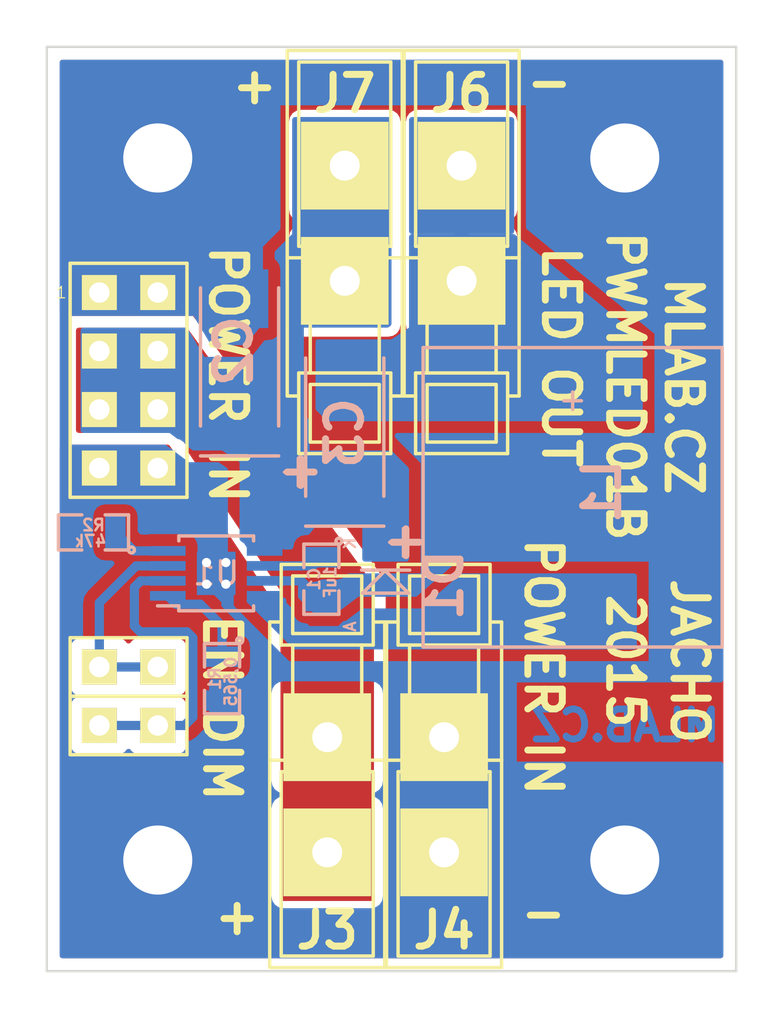
<source format=kicad_pcb>
(kicad_pcb (version 4) (host pcbnew "(2015-05-13 BZR 5653)-product")

  (general
    (links 41)
    (no_connects 0)
    (area 0.205999 -40.434001 30.274001 -0.205999)
    (thickness 1.6)
    (drawings 18)
    (tracks 55)
    (zones 0)
    (modules 19)
    (nets 10)
  )

  (page A4)
  (layers
    (0 F.Cu signal)
    (31 B.Cu signal)
    (32 B.Adhes user)
    (33 F.Adhes user)
    (34 B.Paste user)
    (35 F.Paste user)
    (36 B.SilkS user)
    (37 F.SilkS user)
    (38 B.Mask user)
    (39 F.Mask user)
    (40 Dwgs.User user)
    (41 Cmts.User user)
    (42 Eco1.User user)
    (43 Eco2.User user)
    (44 Edge.Cuts user)
    (45 Margin user)
    (46 B.CrtYd user)
    (47 F.CrtYd user)
    (48 B.Fab user)
    (49 F.Fab user)
  )

  (setup
    (last_trace_width 0.4)
    (user_trace_width 0.2)
    (user_trace_width 0.3)
    (user_trace_width 0.4)
    (user_trace_width 0.5)
    (user_trace_width 0.6)
    (trace_clearance 0.2)
    (zone_clearance 0.508)
    (zone_45_only yes)
    (trace_min 0.2)
    (segment_width 0.2)
    (edge_width 0.1)
    (via_size 0.6)
    (via_drill 0.4)
    (via_min_size 0.4)
    (via_min_drill 0.3)
    (uvia_size 0.3)
    (uvia_drill 0.1)
    (uvias_allowed no)
    (uvia_min_size 0.2)
    (uvia_min_drill 0.1)
    (pcb_text_width 0.3)
    (pcb_text_size 1.5 1.5)
    (mod_edge_width 0.15)
    (mod_text_size 1 1)
    (mod_text_width 0.15)
    (pad_size 1.5 1.5)
    (pad_drill 0.6)
    (pad_to_mask_clearance 0)
    (aux_axis_origin 0 0)
    (visible_elements 7FFFFF7F)
    (pcbplotparams
      (layerselection 0x010f0_80000001)
      (usegerberextensions false)
      (excludeedgelayer true)
      (linewidth 0.300000)
      (plotframeref false)
      (viasonmask false)
      (mode 1)
      (useauxorigin false)
      (hpglpennumber 1)
      (hpglpenspeed 20)
      (hpglpendiameter 15)
      (hpglpenoverlay 2)
      (psnegative false)
      (psa4output false)
      (plotreference true)
      (plotvalue true)
      (plotinvisibletext false)
      (padsonsilk false)
      (subtractmaskfromsilk false)
      (outputformat 1)
      (mirror false)
      (drillshape 0)
      (scaleselection 1)
      (outputdirectory ../CAM_PROFI/))
  )

  (net 0 "")
  (net 1 "Net-(C1-Pad1)")
  (net 2 GND)
  (net 3 /+LED)
  (net 4 /-LED)
  (net 5 /DIM)
  (net 6 /EN)
  (net 7 "Net-(R1-Pad1)")
  (net 8 "Net-(R2-Pad1)")
  (net 9 "Net-(D1-Pad1)")

  (net_class Default "Toto je výchozí třída sítě."
    (clearance 0.2)
    (trace_width 0.25)
    (via_dia 0.6)
    (via_drill 0.4)
    (uvia_dia 0.3)
    (uvia_drill 0.1)
    (add_net /+LED)
    (add_net /-LED)
    (add_net /DIM)
    (add_net /EN)
    (add_net GND)
    (add_net "Net-(C1-Pad1)")
    (add_net "Net-(D1-Pad1)")
    (add_net "Net-(R1-Pad1)")
    (add_net "Net-(R2-Pad1)")
  )

  (module Mlab_R:SMD-0805 (layer B.Cu) (tedit 54799E0C) (tstamp 564C38EE)
    (at 12.192 -17.272 270)
    (path /564C23E1)
    (attr smd)
    (fp_text reference C1 (at 0 0.3175 270) (layer B.SilkS)
      (effects (font (size 0.50038 0.50038) (thickness 0.10922)) (justify mirror))
    )
    (fp_text value 1uF (at 0.127 -0.381 270) (layer B.SilkS)
      (effects (font (size 0.50038 0.50038) (thickness 0.10922)) (justify mirror))
    )
    (fp_circle (center -1.651 -0.762) (end -1.651 -0.635) (layer B.SilkS) (width 0.15))
    (fp_line (start -0.508 -0.762) (end -1.524 -0.762) (layer B.SilkS) (width 0.15))
    (fp_line (start -1.524 -0.762) (end -1.524 0.762) (layer B.SilkS) (width 0.15))
    (fp_line (start -1.524 0.762) (end -0.508 0.762) (layer B.SilkS) (width 0.15))
    (fp_line (start 0.508 0.762) (end 1.524 0.762) (layer B.SilkS) (width 0.15))
    (fp_line (start 1.524 0.762) (end 1.524 -0.762) (layer B.SilkS) (width 0.15))
    (fp_line (start 1.524 -0.762) (end 0.508 -0.762) (layer B.SilkS) (width 0.15))
    (pad 1 smd rect (at -0.9525 0 270) (size 0.889 1.397) (layers B.Cu B.Paste B.Mask)
      (net 1 "Net-(C1-Pad1)"))
    (pad 2 smd rect (at 0.9525 0 270) (size 0.889 1.397) (layers B.Cu B.Paste B.Mask)
      (net 2 GND))
    (model MLAB_3D/Resistors/chip_cms.wrl
      (at (xyz 0 0 0))
      (scale (xyz 0.1 0.1 0.1))
      (rotate (xyz 0 0 0))
    )
  )

  (module Mlab_C:TantalC_SizeC_Reflow (layer B.Cu) (tedit 564C626B) (tstamp 564C38F4)
    (at 8.636 -26.924 90)
    (descr "Tantal Cap. , Size C, EIA-6032, Reflow,")
    (tags "Tantal Cap. , Size C, EIA-6032, Reflow,")
    (path /564C5CF3)
    (attr smd)
    (fp_text reference C2 (at 0.254 -0.254 90) (layer B.SilkS)
      (effects (font (thickness 0.3048)) (justify mirror))
    )
    (fp_text value 4,7uF (at -0.09906 -3.59918 90) (layer B.SilkS) hide
      (effects (font (thickness 0.3048)) (justify mirror))
    )
    (fp_line (start -4.30022 1.69926) (end -4.30022 -1.69926) (layer B.SilkS) (width 0.15))
    (fp_line (start 2.99974 -1.69926) (end -2.99974 -1.69926) (layer B.SilkS) (width 0.15))
    (fp_line (start 2.99974 1.69926) (end -2.99974 1.69926) (layer B.SilkS) (width 0.15))
    (fp_text user + (at -4.99872 2.55016 90) (layer B.SilkS)
      (effects (font (thickness 0.3048)) (justify mirror))
    )
    (fp_line (start -5.00126 3.05308) (end -5.00126 1.95326) (layer B.SilkS) (width 0.15))
    (fp_line (start -5.6007 2.5527) (end -4.40182 2.5527) (layer B.SilkS) (width 0.15))
    (pad 2 smd rect (at 2.52476 0 90) (size 2.55016 2.49936) (layers B.Cu B.Paste B.Mask)
      (net 2 GND))
    (pad 1 smd rect (at -2.52476 0 90) (size 2.55016 2.49936) (layers B.Cu B.Paste B.Mask)
      (net 3 /+LED))
    (model MLAB_3D/Capacitors/c_tant_C.wrl
      (at (xyz 0 0 0))
      (scale (xyz 1 1 1))
      (rotate (xyz 0 0 180))
    )
  )

  (module Mlab_C:TantalC_SizeC_Reflow (layer B.Cu) (tedit 564C6262) (tstamp 564C38FA)
    (at 13.208 -23.876 90)
    (descr "Tantal Cap. , Size C, EIA-6032, Reflow,")
    (tags "Tantal Cap. , Size C, EIA-6032, Reflow,")
    (path /564C245B)
    (attr smd)
    (fp_text reference C3 (at -0.254 0 90) (layer B.SilkS)
      (effects (font (thickness 0.3048)) (justify mirror))
    )
    (fp_text value 4,7uF (at -0.09906 -3.59918 90) (layer B.SilkS) hide
      (effects (font (thickness 0.3048)) (justify mirror))
    )
    (fp_line (start -4.30022 1.69926) (end -4.30022 -1.69926) (layer B.SilkS) (width 0.15))
    (fp_line (start 2.99974 -1.69926) (end -2.99974 -1.69926) (layer B.SilkS) (width 0.15))
    (fp_line (start 2.99974 1.69926) (end -2.99974 1.69926) (layer B.SilkS) (width 0.15))
    (fp_text user + (at -4.99872 2.55016 90) (layer B.SilkS)
      (effects (font (thickness 0.3048)) (justify mirror))
    )
    (fp_line (start -5.00126 3.05308) (end -5.00126 1.95326) (layer B.SilkS) (width 0.15))
    (fp_line (start -5.6007 2.5527) (end -4.40182 2.5527) (layer B.SilkS) (width 0.15))
    (pad 2 smd rect (at 2.52476 0 90) (size 2.55016 2.49936) (layers B.Cu B.Paste B.Mask)
      (net 4 /-LED))
    (pad 1 smd rect (at -2.52476 0 90) (size 2.55016 2.49936) (layers B.Cu B.Paste B.Mask)
      (net 3 /+LED))
    (model MLAB_3D/Capacitors/c_tant_C.wrl
      (at (xyz 0 0 0))
      (scale (xyz 1 1 1))
      (rotate (xyz 0 0 180))
    )
  )

  (module Mlab_D:Diode-MiniMELF_Standard (layer B.Cu) (tedit 547999ED) (tstamp 564C3900)
    (at 14.986 -17.018 90)
    (descr "Diode Mini-MELF Standard")
    (tags "Diode Mini-MELF Standard")
    (path /565F4596)
    (attr smd)
    (fp_text reference D1 (at 0 2.54 90) (layer B.SilkS)
      (effects (font (thickness 0.3048)) (justify mirror))
    )
    (fp_text value TMMBAT48 (at 0 -3.81 90) (layer B.SilkS) hide
      (effects (font (thickness 0.3048)) (justify mirror))
    )
    (fp_line (start 0.65024 -0.0508) (end -0.35052 1.00076) (layer B.SilkS) (width 0.15))
    (fp_line (start -0.35052 1.00076) (end -0.35052 -1.00076) (layer B.SilkS) (width 0.15))
    (fp_line (start -0.35052 -1.00076) (end 0.65024 0) (layer B.SilkS) (width 0.15))
    (fp_line (start 0.65024 1.04902) (end 0.65024 -1.04902) (layer B.SilkS) (width 0.15))
    (fp_text user A (at -1.80086 -1.5494 90) (layer B.SilkS)
      (effects (font (size 0.50038 0.50038) (thickness 0.09906)) (justify mirror))
    )
    (fp_text user K (at 1.80086 -1.5494 90) (layer B.SilkS)
      (effects (font (size 0.50038 0.50038) (thickness 0.09906)) (justify mirror))
    )
    (fp_circle (center 0 0) (end 0 -0.55118) (layer B.Adhes) (width 0.381))
    (fp_circle (center 0 0) (end 0 -0.20066) (layer B.Adhes) (width 0.381))
    (pad 1 smd rect (at -1.75006 0 90) (size 1.30048 1.69926) (layers B.Cu B.Paste B.Mask)
      (net 9 "Net-(D1-Pad1)"))
    (pad 2 smd rect (at 1.75006 0 90) (size 1.30048 1.69926) (layers B.Cu B.Paste B.Mask)
      (net 3 /+LED))
    (model MLAB_3D/Diodes/MiniMELF_DO213AA.wrl
      (at (xyz 0 0 0))
      (scale (xyz 0.3937 0.3937 0.3937))
      (rotate (xyz 0 0 0))
    )
  )

  (module Mlab_Pin_Headers:Straight_1x02 (layer F.Cu) (tedit 564C5FE2) (tstamp 564C3906)
    (at 3.81 -10.922 90)
    (descr "pin header straight 1x02")
    (tags "pin header straight 1x02")
    (path /564C6381)
    (fp_text reference J1 (at 0 -3.81 90) (layer F.SilkS) hide
      (effects (font (size 1.5 1.5) (thickness 0.15)))
    )
    (fp_text value JUMP_2x1 (at 0 3.81 90) (layer F.SilkS) hide
      (effects (font (size 1.5 1.5) (thickness 0.15)))
    )
    (fp_text user 1 (at -1.651 -1.27 90) (layer F.SilkS) hide
      (effects (font (size 0.5 0.5) (thickness 0.05)))
    )
    (fp_line (start -1.27 -2.54) (end 1.27 -2.54) (layer F.SilkS) (width 0.15))
    (fp_line (start 1.27 -2.54) (end 1.27 2.54) (layer F.SilkS) (width 0.15))
    (fp_line (start 1.27 2.54) (end -1.27 2.54) (layer F.SilkS) (width 0.15))
    (fp_line (start -1.27 2.54) (end -1.27 -2.54) (layer F.SilkS) (width 0.15))
    (pad 2 thru_hole rect (at 0 1.27 90) (size 1.524 1.524) (drill 0.889) (layers *.Cu *.Mask F.SilkS)
      (net 5 /DIM))
    (pad 1 thru_hole rect (at 0 -1.27 90) (size 1.524 1.524) (drill 0.889) (layers *.Cu *.Mask F.SilkS)
      (net 5 /DIM))
    (model Pin_Headers/Pin_Header_Straight_1x02.wrl
      (at (xyz 0 0 0))
      (scale (xyz 1 1 1))
      (rotate (xyz 0 0 90))
    )
  )

  (module Mlab_Pin_Headers:Straight_1x02 (layer F.Cu) (tedit 5535DB0D) (tstamp 564C390C)
    (at 3.81 -13.462 90)
    (descr "pin header straight 1x02")
    (tags "pin header straight 1x02")
    (path /564C66D6)
    (fp_text reference J2 (at 0 -3.81 90) (layer F.SilkS) hide
      (effects (font (size 1.5 1.5) (thickness 0.15)))
    )
    (fp_text value JUMP_2x1 (at 0 3.81 90) (layer F.SilkS) hide
      (effects (font (size 1.5 1.5) (thickness 0.15)))
    )
    (fp_text user 1 (at -1.651 -1.27 90) (layer F.SilkS) hide
      (effects (font (size 0.5 0.5) (thickness 0.05)))
    )
    (fp_line (start -1.27 -2.54) (end 1.27 -2.54) (layer F.SilkS) (width 0.15))
    (fp_line (start 1.27 -2.54) (end 1.27 2.54) (layer F.SilkS) (width 0.15))
    (fp_line (start 1.27 2.54) (end -1.27 2.54) (layer F.SilkS) (width 0.15))
    (fp_line (start -1.27 2.54) (end -1.27 -2.54) (layer F.SilkS) (width 0.15))
    (pad 2 thru_hole rect (at 0 1.27 90) (size 1.524 1.524) (drill 0.889) (layers *.Cu *.Mask F.SilkS)
      (net 6 /EN))
    (pad 1 thru_hole rect (at 0 -1.27 90) (size 1.524 1.524) (drill 0.889) (layers *.Cu *.Mask F.SilkS)
      (net 6 /EN))
    (model Pin_Headers/Pin_Header_Straight_1x02.wrl
      (at (xyz 0 0 0))
      (scale (xyz 1 1 1))
      (rotate (xyz 0 0 90))
    )
  )

  (module Mlab_Con:WAGO256 (layer F.Cu) (tedit 564C6033) (tstamp 564C3912)
    (at 12.446 -7.874 90)
    (descr "WAGO-Series 236, 2Stift, 1pol, RM 5mm,")
    (tags "WAGO-Series 236, 2Stift, 1pol, RM 5mm, Anreibare Leiterplattenklemme")
    (path /564C46DC)
    (fp_text reference J3 (at -5.842 0 360) (layer F.SilkS)
      (effects (font (thickness 0.3048)))
    )
    (fp_text value WAGO256 (at 0.254 4.064 90) (layer F.SilkS) hide
      (effects (font (thickness 0.3048)))
    )
    (fp_line (start 7.54 2.5) (end 7.54 2) (layer F.SilkS) (width 0.15))
    (fp_line (start 7.54 -2) (end 7.54 -2.5) (layer F.SilkS) (width 0.15))
    (fp_line (start 1.54 2.5001) (end 1.54 -2.5001) (layer F.SilkS) (width 0.15))
    (fp_line (start -7.46 2.5001) (end -7.46 -2.5001) (layer F.SilkS) (width 0.15))
    (fp_line (start 9.54 1.501) (end 9.54 -1.501) (layer F.SilkS) (width 0.15))
    (fp_line (start 7.0401 1.501) (end 7.0401 -1.501) (layer F.SilkS) (width 0.15))
    (fp_line (start 10.0401 -2) (end 10.0401 2) (layer F.SilkS) (width 0.15))
    (fp_line (start 6.54 -2) (end 6.54 2) (layer F.SilkS) (width 0.15))
    (fp_line (start 3.54 1.5001) (end 3.54 -1.5001) (layer F.SilkS) (width 0.15))
    (fp_line (start 1.0399 -2) (end 1.0399 2) (layer F.SilkS) (width 0.15))
    (fp_line (start -6.9601 2) (end -6.9601 -2) (layer F.SilkS) (width 0.15))
    (fp_line (start 1.0399 1) (end 1.54 1) (layer F.SilkS) (width 0.15))
    (fp_line (start 7.0401 1.5) (end 9.54 1.5) (layer F.SilkS) (width 0.15))
    (fp_line (start 6.54 2) (end 10.0401 2) (layer F.SilkS) (width 0.15))
    (fp_line (start 1.0399 -1) (end 1.54 -1) (layer F.SilkS) (width 0.15))
    (fp_line (start 7.0401 -1.5) (end 9.54 -1.5) (layer F.SilkS) (width 0.15))
    (fp_line (start 6.54 -2) (end 10.041 -2) (layer F.SilkS) (width 0.15))
    (fp_line (start 3.54 1.5) (end 6.54 1.5) (layer F.SilkS) (width 0.15))
    (fp_line (start -6.9601 2) (end 1.0399 2) (layer F.SilkS) (width 0.15))
    (fp_line (start 1.54 2.5) (end 7.54 2.5) (layer F.SilkS) (width 0.15))
    (fp_line (start 3.54 -1.5) (end 6.54 -1.5) (layer F.SilkS) (width 0.15))
    (fp_line (start -6.9601 -2) (end 1.0399 -2) (layer F.SilkS) (width 0.15))
    (fp_line (start 1.54 -2.5) (end 7.54 -2.5) (layer F.SilkS) (width 0.15))
    (fp_line (start 1.54 2.5) (end -7.46 2.5) (layer F.SilkS) (width 0.15))
    (fp_line (start -7.46 -2.5) (end 1.54 -2.5) (layer F.SilkS) (width 0.15))
    (pad 1 thru_hole rect (at -2.46 0 180) (size 3.81 3.81) (drill 1.3) (layers *.Cu *.Mask F.SilkS)
      (net 3 /+LED))
    (pad 1 thru_hole rect (at 2.54 0 180) (size 3.81 3.81) (drill 1.3) (layers *.Cu *.Mask F.SilkS)
      (net 3 /+LED))
  )

  (module Mlab_Con:WAGO256 (layer F.Cu) (tedit 564C6037) (tstamp 564C3918)
    (at 17.526 -7.874 90)
    (descr "WAGO-Series 236, 2Stift, 1pol, RM 5mm,")
    (tags "WAGO-Series 236, 2Stift, 1pol, RM 5mm, Anreibare Leiterplattenklemme")
    (path /564C45D7)
    (fp_text reference J4 (at -5.842 0 180) (layer F.SilkS)
      (effects (font (thickness 0.3048)))
    )
    (fp_text value WAGO256 (at 0.254 4.064 90) (layer F.SilkS) hide
      (effects (font (thickness 0.3048)))
    )
    (fp_line (start 7.54 2.5) (end 7.54 2) (layer F.SilkS) (width 0.15))
    (fp_line (start 7.54 -2) (end 7.54 -2.5) (layer F.SilkS) (width 0.15))
    (fp_line (start 1.54 2.5001) (end 1.54 -2.5001) (layer F.SilkS) (width 0.15))
    (fp_line (start -7.46 2.5001) (end -7.46 -2.5001) (layer F.SilkS) (width 0.15))
    (fp_line (start 9.54 1.501) (end 9.54 -1.501) (layer F.SilkS) (width 0.15))
    (fp_line (start 7.0401 1.501) (end 7.0401 -1.501) (layer F.SilkS) (width 0.15))
    (fp_line (start 10.0401 -2) (end 10.0401 2) (layer F.SilkS) (width 0.15))
    (fp_line (start 6.54 -2) (end 6.54 2) (layer F.SilkS) (width 0.15))
    (fp_line (start 3.54 1.5001) (end 3.54 -1.5001) (layer F.SilkS) (width 0.15))
    (fp_line (start 1.0399 -2) (end 1.0399 2) (layer F.SilkS) (width 0.15))
    (fp_line (start -6.9601 2) (end -6.9601 -2) (layer F.SilkS) (width 0.15))
    (fp_line (start 1.0399 1) (end 1.54 1) (layer F.SilkS) (width 0.15))
    (fp_line (start 7.0401 1.5) (end 9.54 1.5) (layer F.SilkS) (width 0.15))
    (fp_line (start 6.54 2) (end 10.0401 2) (layer F.SilkS) (width 0.15))
    (fp_line (start 1.0399 -1) (end 1.54 -1) (layer F.SilkS) (width 0.15))
    (fp_line (start 7.0401 -1.5) (end 9.54 -1.5) (layer F.SilkS) (width 0.15))
    (fp_line (start 6.54 -2) (end 10.041 -2) (layer F.SilkS) (width 0.15))
    (fp_line (start 3.54 1.5) (end 6.54 1.5) (layer F.SilkS) (width 0.15))
    (fp_line (start -6.9601 2) (end 1.0399 2) (layer F.SilkS) (width 0.15))
    (fp_line (start 1.54 2.5) (end 7.54 2.5) (layer F.SilkS) (width 0.15))
    (fp_line (start 3.54 -1.5) (end 6.54 -1.5) (layer F.SilkS) (width 0.15))
    (fp_line (start -6.9601 -2) (end 1.0399 -2) (layer F.SilkS) (width 0.15))
    (fp_line (start 1.54 -2.5) (end 7.54 -2.5) (layer F.SilkS) (width 0.15))
    (fp_line (start 1.54 2.5) (end -7.46 2.5) (layer F.SilkS) (width 0.15))
    (fp_line (start -7.46 -2.5) (end 1.54 -2.5) (layer F.SilkS) (width 0.15))
    (pad 1 thru_hole rect (at -2.46 0 180) (size 3.81 3.81) (drill 1.3) (layers *.Cu *.Mask F.SilkS)
      (net 2 GND))
    (pad 1 thru_hole rect (at 2.54 0 180) (size 3.81 3.81) (drill 1.3) (layers *.Cu *.Mask F.SilkS)
      (net 2 GND))
  )

  (module Mlab_Pin_Headers:Straight_2x04 (layer F.Cu) (tedit 5535DB57) (tstamp 564C3924)
    (at 3.81 -25.908)
    (descr "pin header straight 2x04")
    (tags "pin header straight 2x04")
    (path /564C472F)
    (fp_text reference J5 (at 0 -6.35) (layer F.SilkS) hide
      (effects (font (size 1.5 1.5) (thickness 0.15)))
    )
    (fp_text value JUMP_4X2 (at 0 6.35) (layer F.SilkS) hide
      (effects (font (size 1.5 1.5) (thickness 0.15)))
    )
    (fp_text user 1 (at -2.921 -3.81) (layer F.SilkS)
      (effects (font (size 0.5 0.5) (thickness 0.05)))
    )
    (fp_line (start -2.54 -5.08) (end 2.54 -5.08) (layer F.SilkS) (width 0.15))
    (fp_line (start 2.54 -5.08) (end 2.54 5.08) (layer F.SilkS) (width 0.15))
    (fp_line (start 2.54 5.08) (end -2.54 5.08) (layer F.SilkS) (width 0.15))
    (fp_line (start -2.54 5.08) (end -2.54 -5.08) (layer F.SilkS) (width 0.15))
    (pad 1 thru_hole rect (at -1.27 -3.81) (size 1.524 1.524) (drill 0.889) (layers *.Cu *.Mask F.SilkS)
      (net 2 GND))
    (pad 2 thru_hole rect (at 1.27 -3.81) (size 1.524 1.524) (drill 0.889) (layers *.Cu *.Mask F.SilkS)
      (net 2 GND))
    (pad 3 thru_hole rect (at -1.27 -1.27) (size 1.524 1.524) (drill 0.889) (layers *.Cu *.Mask F.SilkS)
      (net 3 /+LED))
    (pad 4 thru_hole rect (at 1.27 -1.27) (size 1.524 1.524) (drill 0.889) (layers *.Cu *.Mask F.SilkS)
      (net 3 /+LED))
    (pad 5 thru_hole rect (at -1.27 1.27) (size 1.524 1.524) (drill 0.889) (layers *.Cu *.Mask F.SilkS)
      (net 3 /+LED))
    (pad 6 thru_hole rect (at 1.27 1.27) (size 1.524 1.524) (drill 0.889) (layers *.Cu *.Mask F.SilkS)
      (net 3 /+LED))
    (pad 7 thru_hole rect (at -1.27 3.81) (size 1.524 1.524) (drill 0.889) (layers *.Cu *.Mask F.SilkS)
      (net 2 GND))
    (pad 8 thru_hole rect (at 1.27 3.81) (size 1.524 1.524) (drill 0.889) (layers *.Cu *.Mask F.SilkS)
      (net 2 GND))
    (model Pin_Headers/Pin_Header_Straight_2x04.wrl
      (at (xyz 0 0 0))
      (scale (xyz 1 1 1))
      (rotate (xyz 0 0 90))
    )
  )

  (module Mlab_Con:WAGO256 (layer F.Cu) (tedit 564C6021) (tstamp 564C392A)
    (at 18.288 -32.766 270)
    (descr "WAGO-Series 236, 2Stift, 1pol, RM 5mm,")
    (tags "WAGO-Series 236, 2Stift, 1pol, RM 5mm, Anreibare Leiterplattenklemme")
    (path /564C6DCF)
    (fp_text reference J6 (at -5.588 0 540) (layer F.SilkS)
      (effects (font (thickness 0.3048)))
    )
    (fp_text value WAGO256 (at 0.254 4.064 270) (layer F.SilkS) hide
      (effects (font (thickness 0.3048)))
    )
    (fp_line (start 7.54 2.5) (end 7.54 2) (layer F.SilkS) (width 0.15))
    (fp_line (start 7.54 -2) (end 7.54 -2.5) (layer F.SilkS) (width 0.15))
    (fp_line (start 1.54 2.5001) (end 1.54 -2.5001) (layer F.SilkS) (width 0.15))
    (fp_line (start -7.46 2.5001) (end -7.46 -2.5001) (layer F.SilkS) (width 0.15))
    (fp_line (start 9.54 1.501) (end 9.54 -1.501) (layer F.SilkS) (width 0.15))
    (fp_line (start 7.0401 1.501) (end 7.0401 -1.501) (layer F.SilkS) (width 0.15))
    (fp_line (start 10.0401 -2) (end 10.0401 2) (layer F.SilkS) (width 0.15))
    (fp_line (start 6.54 -2) (end 6.54 2) (layer F.SilkS) (width 0.15))
    (fp_line (start 3.54 1.5001) (end 3.54 -1.5001) (layer F.SilkS) (width 0.15))
    (fp_line (start 1.0399 -2) (end 1.0399 2) (layer F.SilkS) (width 0.15))
    (fp_line (start -6.9601 2) (end -6.9601 -2) (layer F.SilkS) (width 0.15))
    (fp_line (start 1.0399 1) (end 1.54 1) (layer F.SilkS) (width 0.15))
    (fp_line (start 7.0401 1.5) (end 9.54 1.5) (layer F.SilkS) (width 0.15))
    (fp_line (start 6.54 2) (end 10.0401 2) (layer F.SilkS) (width 0.15))
    (fp_line (start 1.0399 -1) (end 1.54 -1) (layer F.SilkS) (width 0.15))
    (fp_line (start 7.0401 -1.5) (end 9.54 -1.5) (layer F.SilkS) (width 0.15))
    (fp_line (start 6.54 -2) (end 10.041 -2) (layer F.SilkS) (width 0.15))
    (fp_line (start 3.54 1.5) (end 6.54 1.5) (layer F.SilkS) (width 0.15))
    (fp_line (start -6.9601 2) (end 1.0399 2) (layer F.SilkS) (width 0.15))
    (fp_line (start 1.54 2.5) (end 7.54 2.5) (layer F.SilkS) (width 0.15))
    (fp_line (start 3.54 -1.5) (end 6.54 -1.5) (layer F.SilkS) (width 0.15))
    (fp_line (start -6.9601 -2) (end 1.0399 -2) (layer F.SilkS) (width 0.15))
    (fp_line (start 1.54 -2.5) (end 7.54 -2.5) (layer F.SilkS) (width 0.15))
    (fp_line (start 1.54 2.5) (end -7.46 2.5) (layer F.SilkS) (width 0.15))
    (fp_line (start -7.46 -2.5) (end 1.54 -2.5) (layer F.SilkS) (width 0.15))
    (pad 1 thru_hole rect (at -2.46 0) (size 3.81 3.81) (drill 1.3) (layers *.Cu *.Mask F.SilkS)
      (net 4 /-LED))
    (pad 1 thru_hole rect (at 2.54 0) (size 3.81 3.81) (drill 1.3) (layers *.Cu *.Mask F.SilkS)
      (net 4 /-LED))
  )

  (module Mlab_Con:WAGO256 (layer F.Cu) (tedit 564C6017) (tstamp 564C3930)
    (at 13.208 -32.766 270)
    (descr "WAGO-Series 236, 2Stift, 1pol, RM 5mm,")
    (tags "WAGO-Series 236, 2Stift, 1pol, RM 5mm, Anreibare Leiterplattenklemme")
    (path /564C7D80)
    (fp_text reference J7 (at -5.588 0 360) (layer F.SilkS)
      (effects (font (thickness 0.3048)))
    )
    (fp_text value WAGO256 (at 0.254 4.064 270) (layer F.SilkS) hide
      (effects (font (thickness 0.3048)))
    )
    (fp_line (start 7.54 2.5) (end 7.54 2) (layer F.SilkS) (width 0.15))
    (fp_line (start 7.54 -2) (end 7.54 -2.5) (layer F.SilkS) (width 0.15))
    (fp_line (start 1.54 2.5001) (end 1.54 -2.5001) (layer F.SilkS) (width 0.15))
    (fp_line (start -7.46 2.5001) (end -7.46 -2.5001) (layer F.SilkS) (width 0.15))
    (fp_line (start 9.54 1.501) (end 9.54 -1.501) (layer F.SilkS) (width 0.15))
    (fp_line (start 7.0401 1.501) (end 7.0401 -1.501) (layer F.SilkS) (width 0.15))
    (fp_line (start 10.0401 -2) (end 10.0401 2) (layer F.SilkS) (width 0.15))
    (fp_line (start 6.54 -2) (end 6.54 2) (layer F.SilkS) (width 0.15))
    (fp_line (start 3.54 1.5001) (end 3.54 -1.5001) (layer F.SilkS) (width 0.15))
    (fp_line (start 1.0399 -2) (end 1.0399 2) (layer F.SilkS) (width 0.15))
    (fp_line (start -6.9601 2) (end -6.9601 -2) (layer F.SilkS) (width 0.15))
    (fp_line (start 1.0399 1) (end 1.54 1) (layer F.SilkS) (width 0.15))
    (fp_line (start 7.0401 1.5) (end 9.54 1.5) (layer F.SilkS) (width 0.15))
    (fp_line (start 6.54 2) (end 10.0401 2) (layer F.SilkS) (width 0.15))
    (fp_line (start 1.0399 -1) (end 1.54 -1) (layer F.SilkS) (width 0.15))
    (fp_line (start 7.0401 -1.5) (end 9.54 -1.5) (layer F.SilkS) (width 0.15))
    (fp_line (start 6.54 -2) (end 10.041 -2) (layer F.SilkS) (width 0.15))
    (fp_line (start 3.54 1.5) (end 6.54 1.5) (layer F.SilkS) (width 0.15))
    (fp_line (start -6.9601 2) (end 1.0399 2) (layer F.SilkS) (width 0.15))
    (fp_line (start 1.54 2.5) (end 7.54 2.5) (layer F.SilkS) (width 0.15))
    (fp_line (start 3.54 -1.5) (end 6.54 -1.5) (layer F.SilkS) (width 0.15))
    (fp_line (start -6.9601 -2) (end 1.0399 -2) (layer F.SilkS) (width 0.15))
    (fp_line (start 1.54 -2.5) (end 7.54 -2.5) (layer F.SilkS) (width 0.15))
    (fp_line (start 1.54 2.5) (end -7.46 2.5) (layer F.SilkS) (width 0.15))
    (fp_line (start -7.46 -2.5) (end 1.54 -2.5) (layer F.SilkS) (width 0.15))
    (pad 1 thru_hole rect (at -2.46 0) (size 3.81 3.81) (drill 1.3) (layers *.Cu *.Mask F.SilkS)
      (net 3 /+LED))
    (pad 1 thru_hole rect (at 2.54 0) (size 3.81 3.81) (drill 1.3) (layers *.Cu *.Mask F.SilkS)
      (net 3 /+LED))
  )

  (module Mlab_L:DE1205-10 (layer B.Cu) (tedit 564C61C4) (tstamp 564C3936)
    (at 23.114 -20.828 90)
    (descr "SMT capacitor, aluminium electrolytic, 10x10.5")
    (path /564C22DA)
    (fp_text reference L1 (at 0.254 1.27 90) (layer B.SilkS)
      (effects (font (thickness 0.3048)) (justify mirror))
    )
    (fp_text value "DE1207-22 (22uH)" (at 0 -5.842 90) (layer B.SilkS) hide
      (effects (font (size 0.50038 0.50038) (thickness 0.11938)) (justify mirror))
    )
    (fp_line (start -6.5 6.5) (end -6.5 -6.5) (layer B.SilkS) (width 0.15))
    (fp_line (start -6.5 -6.5) (end 6.5 -6.5) (layer B.SilkS) (width 0.15))
    (fp_line (start 6.5 -6.5) (end 6.5 6.5) (layer B.SilkS) (width 0.15))
    (fp_line (start 6.5 6.5) (end -6.5 6.5) (layer B.SilkS) (width 0.15))
    (fp_line (start 4.572 0) (end 3.81 0) (layer B.SilkS) (width 0.15))
    (fp_line (start 4.191 0.381) (end 4.191 -0.381) (layer B.SilkS) (width 0.15))
    (pad 1 smd rect (at 5 0 90) (size 3 5.5) (layers B.Cu B.Paste B.Mask)
      (net 4 /-LED))
    (pad 2 smd rect (at -5 0 90) (size 3 5.5) (layers B.Cu B.Paste B.Mask)
      (net 9 "Net-(D1-Pad1)"))
    (model Capacitors_SMD/c_elec_10x10_5.wrl
      (at (xyz 0 0 0))
      (scale (xyz 1 1 1))
      (rotate (xyz 0 0 0))
    )
  )

  (module Mlab_Mechanical:MountingHole_3mm placed (layer F.Cu) (tedit 5535DB2C) (tstamp 564C393B)
    (at 25.38 -5.08)
    (descr "Mounting hole, Befestigungsbohrung, 3mm, No Annular, Kein Restring,")
    (tags "Mounting hole, Befestigungsbohrung, 3mm, No Annular, Kein Restring,")
    (path /564C252E)
    (fp_text reference P1 (at 0 -4.191) (layer F.SilkS) hide
      (effects (font (thickness 0.3048)))
    )
    (fp_text value M3 (at 0 4.191) (layer F.SilkS) hide
      (effects (font (thickness 0.3048)))
    )
    (fp_circle (center 0 0) (end 2.99974 0) (layer Cmts.User) (width 0.381))
    (pad 1 thru_hole circle (at 0 0) (size 6 6) (drill 3) (layers *.Cu *.Adhes *.Mask)
      (net 2 GND) (clearance 1) (zone_connect 2))
  )

  (module Mlab_Mechanical:MountingHole_3mm placed (layer F.Cu) (tedit 5535DB2C) (tstamp 564C3940)
    (at 25.38 -35.56)
    (descr "Mounting hole, Befestigungsbohrung, 3mm, No Annular, Kein Restring,")
    (tags "Mounting hole, Befestigungsbohrung, 3mm, No Annular, Kein Restring,")
    (path /564CD7AE)
    (fp_text reference P2 (at 0 -4.191) (layer F.SilkS) hide
      (effects (font (thickness 0.3048)))
    )
    (fp_text value M3 (at 0 4.191) (layer F.SilkS) hide
      (effects (font (thickness 0.3048)))
    )
    (fp_circle (center 0 0) (end 2.99974 0) (layer Cmts.User) (width 0.381))
    (pad 1 thru_hole circle (at 0 0) (size 6 6) (drill 3) (layers *.Cu *.Adhes *.Mask)
      (net 2 GND) (clearance 1) (zone_connect 2))
  )

  (module Mlab_Mechanical:MountingHole_3mm placed (layer F.Cu) (tedit 5535DB2C) (tstamp 564C3945)
    (at 5.08 -35.56)
    (descr "Mounting hole, Befestigungsbohrung, 3mm, No Annular, Kein Restring,")
    (tags "Mounting hole, Befestigungsbohrung, 3mm, No Annular, Kein Restring,")
    (path /564CD84E)
    (fp_text reference P3 (at 0 -4.191) (layer F.SilkS) hide
      (effects (font (thickness 0.3048)))
    )
    (fp_text value M3 (at 0 4.191) (layer F.SilkS) hide
      (effects (font (thickness 0.3048)))
    )
    (fp_circle (center 0 0) (end 2.99974 0) (layer Cmts.User) (width 0.381))
    (pad 1 thru_hole circle (at 0 0) (size 6 6) (drill 3) (layers *.Cu *.Adhes *.Mask)
      (net 2 GND) (clearance 1) (zone_connect 2))
  )

  (module Mlab_Mechanical:MountingHole_3mm placed (layer F.Cu) (tedit 5535DB2C) (tstamp 564C394A)
    (at 5.08 -5.08)
    (descr "Mounting hole, Befestigungsbohrung, 3mm, No Annular, Kein Restring,")
    (tags "Mounting hole, Befestigungsbohrung, 3mm, No Annular, Kein Restring,")
    (path /564CD8D0)
    (fp_text reference P4 (at 0 -4.191) (layer F.SilkS) hide
      (effects (font (thickness 0.3048)))
    )
    (fp_text value M3 (at 0 4.191) (layer F.SilkS) hide
      (effects (font (thickness 0.3048)))
    )
    (fp_circle (center 0 0) (end 2.99974 0) (layer Cmts.User) (width 0.381))
    (pad 1 thru_hole circle (at 0 0) (size 6 6) (drill 3) (layers *.Cu *.Adhes *.Mask)
      (net 2 GND) (clearance 1) (zone_connect 2))
  )

  (module Mlab_R:SMD-0805 (layer B.Cu) (tedit 54799E0C) (tstamp 564C3950)
    (at 7.874 -12.954 270)
    (path /564C2218)
    (attr smd)
    (fp_text reference R1 (at 0 0.3175 270) (layer B.SilkS)
      (effects (font (size 0.50038 0.50038) (thickness 0.10922)) (justify mirror))
    )
    (fp_text value 0,565 (at 0.127 -0.381 270) (layer B.SilkS)
      (effects (font (size 0.50038 0.50038) (thickness 0.10922)) (justify mirror))
    )
    (fp_circle (center -1.651 -0.762) (end -1.651 -0.635) (layer B.SilkS) (width 0.15))
    (fp_line (start -0.508 -0.762) (end -1.524 -0.762) (layer B.SilkS) (width 0.15))
    (fp_line (start -1.524 -0.762) (end -1.524 0.762) (layer B.SilkS) (width 0.15))
    (fp_line (start -1.524 0.762) (end -0.508 0.762) (layer B.SilkS) (width 0.15))
    (fp_line (start 0.508 0.762) (end 1.524 0.762) (layer B.SilkS) (width 0.15))
    (fp_line (start 1.524 0.762) (end 1.524 -0.762) (layer B.SilkS) (width 0.15))
    (fp_line (start 1.524 -0.762) (end 0.508 -0.762) (layer B.SilkS) (width 0.15))
    (pad 1 smd rect (at -0.9525 0 270) (size 0.889 1.397) (layers B.Cu B.Paste B.Mask)
      (net 7 "Net-(R1-Pad1)"))
    (pad 2 smd rect (at 0.9525 0 270) (size 0.889 1.397) (layers B.Cu B.Paste B.Mask)
      (net 2 GND))
    (model MLAB_3D/Resistors/chip_cms.wrl
      (at (xyz 0 0 0))
      (scale (xyz 0.1 0.1 0.1))
      (rotate (xyz 0 0 0))
    )
  )

  (module Mlab_R:SMD-0805 (layer B.Cu) (tedit 54799E0C) (tstamp 564C3956)
    (at 2.286 -19.304 180)
    (path /564C555E)
    (attr smd)
    (fp_text reference R2 (at 0 0.3175 180) (layer B.SilkS)
      (effects (font (size 0.50038 0.50038) (thickness 0.10922)) (justify mirror))
    )
    (fp_text value 47k (at 0.127 -0.381 180) (layer B.SilkS)
      (effects (font (size 0.50038 0.50038) (thickness 0.10922)) (justify mirror))
    )
    (fp_circle (center -1.651 -0.762) (end -1.651 -0.635) (layer B.SilkS) (width 0.15))
    (fp_line (start -0.508 -0.762) (end -1.524 -0.762) (layer B.SilkS) (width 0.15))
    (fp_line (start -1.524 -0.762) (end -1.524 0.762) (layer B.SilkS) (width 0.15))
    (fp_line (start -1.524 0.762) (end -0.508 0.762) (layer B.SilkS) (width 0.15))
    (fp_line (start 0.508 0.762) (end 1.524 0.762) (layer B.SilkS) (width 0.15))
    (fp_line (start 1.524 0.762) (end 1.524 -0.762) (layer B.SilkS) (width 0.15))
    (fp_line (start 1.524 -0.762) (end 0.508 -0.762) (layer B.SilkS) (width 0.15))
    (pad 1 smd rect (at -0.9525 0 180) (size 0.889 1.397) (layers B.Cu B.Paste B.Mask)
      (net 8 "Net-(R2-Pad1)"))
    (pad 2 smd rect (at 0.9525 0 180) (size 0.889 1.397) (layers B.Cu B.Paste B.Mask)
      (net 2 GND))
    (model MLAB_3D/Resistors/chip_cms.wrl
      (at (xyz 0 0 0))
      (scale (xyz 0.1 0.1 0.1))
      (rotate (xyz 0 0 0))
    )
  )

  (module Mlab_IO:MSOP-8-1EP_3x3mm_Pitch0.65mm placed (layer B.Cu) (tedit 564C617D) (tstamp 564C3966)
    (at 7.62 -17.526)
    (descr "MS8E Package; 8-Lead Plastic MSOP, Exposed Die Pad (see Linear Technology 05081662_K_MS8E.pdf)")
    (tags "SSOP 0.65")
    (path /564C4B7F)
    (attr smd)
    (fp_text reference U1 (at 0 0) (layer B.SilkS)
      (effects (font (size 1 1) (thickness 0.15)) (justify mirror))
    )
    (fp_text value LM3407 (at 0 -2.55) (layer B.Fab) hide
      (effects (font (size 1 1) (thickness 0.15)) (justify mirror))
    )
    (fp_line (start -2.8 1.8) (end -2.8 -1.8) (layer B.CrtYd) (width 0.05))
    (fp_line (start 2.8 1.8) (end 2.8 -1.8) (layer B.CrtYd) (width 0.05))
    (fp_line (start -2.8 1.8) (end 2.8 1.8) (layer B.CrtYd) (width 0.05))
    (fp_line (start -2.8 -1.8) (end 2.8 -1.8) (layer B.CrtYd) (width 0.05))
    (fp_line (start -1.625 1.625) (end -1.625 1.41) (layer B.SilkS) (width 0.15))
    (fp_line (start 1.625 1.625) (end 1.625 1.41) (layer B.SilkS) (width 0.15))
    (fp_line (start 1.625 -1.625) (end 1.625 -1.41) (layer B.SilkS) (width 0.15))
    (fp_line (start -1.625 -1.625) (end -1.625 -1.41) (layer B.SilkS) (width 0.15))
    (fp_line (start -1.625 1.625) (end 1.625 1.625) (layer B.SilkS) (width 0.15))
    (fp_line (start -1.625 -1.625) (end 1.625 -1.625) (layer B.SilkS) (width 0.15))
    (fp_line (start -1.625 1.41) (end -2.55 1.41) (layer B.SilkS) (width 0.15))
    (pad 1 smd rect (at -2.105 0.975) (size 1.55 0.42) (layers B.Cu B.Paste B.Mask)
      (net 7 "Net-(R1-Pad1)"))
    (pad 2 smd rect (at -2.105 0.325) (size 1.55 0.42) (layers B.Cu B.Paste B.Mask)
      (net 5 /DIM))
    (pad 3 smd rect (at -2.105 -0.325) (size 1.55 0.42) (layers B.Cu B.Paste B.Mask)
      (net 6 /EN))
    (pad 4 smd rect (at -2.105 -0.975) (size 1.55 0.42) (layers B.Cu B.Paste B.Mask)
      (net 8 "Net-(R2-Pad1)"))
    (pad 5 smd rect (at 2.105 -0.975) (size 1.55 0.42) (layers B.Cu B.Paste B.Mask)
      (net 3 /+LED))
    (pad 6 smd rect (at 2.105 -0.325) (size 1.55 0.42) (layers B.Cu B.Paste B.Mask)
      (net 1 "Net-(C1-Pad1)"))
    (pad 7 smd rect (at 2.105 0.325) (size 1.55 0.42) (layers B.Cu B.Paste B.Mask)
      (net 2 GND))
    (pad 8 smd rect (at 2.105 0.975) (size 1.55 0.42) (layers B.Cu B.Paste B.Mask)
      (net 9 "Net-(D1-Pad1)"))
    (pad 9 smd rect (at 0.42 -0.47) (size 0.84 0.94) (layers B.Cu B.Paste B.Mask)
      (net 2 GND) (solder_paste_margin_ratio -0.2))
    (pad 9 smd rect (at 0.42 0.47) (size 0.84 0.94) (layers B.Cu B.Paste B.Mask)
      (net 2 GND) (solder_paste_margin_ratio -0.2))
    (pad 9 smd rect (at -0.42 -0.47) (size 0.84 0.94) (layers B.Cu B.Paste B.Mask)
      (net 2 GND) (solder_paste_margin_ratio -0.2))
    (pad 9 smd rect (at -0.42 0.47) (size 0.84 0.94) (layers B.Cu B.Paste B.Mask)
      (net 2 GND) (solder_paste_margin_ratio -0.2))
    (model Housings_SSOP.3dshapes/MSOP-8-1EP_3x3mm_Pitch0.65mm.wrl
      (at (xyz 0 0 0))
      (scale (xyz 1 1 1))
      (rotate (xyz 0 0 0))
    )
  )

  (gr_text "LED OUT" (at 22.606 -26.924 270) (layer F.SilkS)
    (effects (font (size 1.5 1.5) (thickness 0.3)))
  )
  (gr_text 2015 (at 25.4 -13.716 270) (layer F.SilkS)
    (effects (font (size 1.5 1.5) (thickness 0.3)))
  )
  (gr_text JACHO (at 28.194 -13.716 270) (layer F.SilkS)
    (effects (font (size 1.5 1.5) (thickness 0.3)))
  )
  (gr_text MLAB.CZ (at 27.94 -25.654 270) (layer F.SilkS)
    (effects (font (size 1.5 1.5) (thickness 0.3)))
  )
  (gr_text PWMLED01B (at 25.4 -25.654 270) (layer F.SilkS)
    (effects (font (size 1.5 1.5) (thickness 0.3)))
  )
  (gr_text - (at 22.098 -38.862) (layer F.SilkS)
    (effects (font (size 1.5 1.5) (thickness 0.3)))
  )
  (gr_text + (at 9.398 -38.608 270) (layer F.SilkS)
    (effects (font (size 1.5 1.5) (thickness 0.3)))
  )
  (gr_text - (at 21.844 -2.794) (layer F.SilkS)
    (effects (font (size 1.5 1.5) (thickness 0.3)))
  )
  (gr_text + (at 8.636 -2.54 270) (layer F.SilkS)
    (effects (font (size 1.5 1.5) (thickness 0.3)))
  )
  (gr_text "POWER IN" (at 21.844 -13.462 270) (layer F.SilkS)
    (effects (font (size 1.5 1.5) (thickness 0.3)))
  )
  (gr_text "POWER IN" (at 8.128 -26.162 270) (layer F.SilkS)
    (effects (font (size 1.5 1.5) (thickness 0.3)))
  )
  (gr_text DIM (at 7.874 -9.652 270) (layer F.SilkS)
    (effects (font (size 1.5 1.5) (thickness 0.3)))
  )
  (gr_text EN (at 7.874 -14.224 270) (layer F.SilkS)
    (effects (font (size 1.5 1.5) (thickness 0.3)))
  )
  (gr_text MLAB.CZ (at 25.4 -10.922) (layer B.Cu)
    (effects (font (size 1.3 1.3) (thickness 0.3)) (justify mirror))
  )
  (gr_line (start 0.256 -0.256) (end 0.256 -40.384) (angle 90) (layer Edge.Cuts) (width 0.1))
  (gr_line (start 30.224 -40.384) (end 0.256 -40.384) (angle 90) (layer Edge.Cuts) (width 0.1))
  (gr_line (start 30.224 -0.256) (end 30.224 -40.384) (angle 90) (layer Edge.Cuts) (width 0.1))
  (gr_line (start 0.256 -0.256) (end 30.224 -0.256) (angle 90) (layer Edge.Cuts) (width 0.1))

  (segment (start 9.725 -17.851) (end 11.8185 -17.851) (width 0.4) (layer B.Cu) (net 1))
  (segment (start 11.8185 -17.851) (end 12.192 -18.2245) (width 0.4) (layer B.Cu) (net 1))
  (segment (start 1.016 -29.356) (end 1.016 -22.46) (width 0.4) (layer B.Cu) (net 2))
  (segment (start 1.016 -22.46) (end 1.378 -22.098) (width 0.4) (layer B.Cu) (net 2))
  (segment (start 1.378 -22.098) (end 2.54 -22.098) (width 0.4) (layer B.Cu) (net 2))
  (segment (start 2.54 -29.718) (end 1.378 -29.718) (width 0.4) (layer B.Cu) (net 2))
  (segment (start 1.378 -29.718) (end 1.016 -29.356) (width 0.4) (layer B.Cu) (net 2))
  (segment (start 10.764 -13.462) (end 16.783 -13.462) (width 0.4) (layer B.Cu) (net 2))
  (segment (start 16.783 -13.462) (end 17.526 -12.719) (width 0.4) (layer B.Cu) (net 2))
  (segment (start 17.526 -12.719) (end 17.526 -10.414) (width 0.4) (layer B.Cu) (net 2))
  (segment (start 8.04 -17.056) (end 8.04 -16.186) (width 0.4) (layer B.Cu) (net 2))
  (segment (start 8.04 -16.186) (end 10.764 -13.462) (width 0.4) (layer B.Cu) (net 2))
  (via (at 8.04 -17.996) (size 0.6) (drill 0.4) (layers F.Cu B.Cu) (net 2))
  (via (at 8.04 -17.056) (size 0.6) (drill 0.4) (layers F.Cu B.Cu) (net 2))
  (via (at 7.2 -17.056) (size 0.6) (drill 0.4) (layers F.Cu B.Cu) (net 2))
  (via (at 7.2 -17.996) (size 0.6) (drill 0.4) (layers F.Cu B.Cu) (net 2))
  (segment (start 7.2 -17.996) (end 8.04 -17.996) (width 0.6) (layer F.Cu) (net 2))
  (segment (start 8.04 -17.996) (end 8.04 -17.056) (width 0.6) (layer F.Cu) (net 2))
  (segment (start 8.04 -17.156) (end 7.2 -17.996) (width 0.6) (layer F.Cu) (net 2))
  (segment (start 8.04 -17.056) (end 8.04 -17.156) (width 0.6) (layer F.Cu) (net 2))
  (segment (start 7.2 -17.996) (end 7.2 -17.056) (width 0.6) (layer F.Cu) (net 2))
  (segment (start 7.2 -17.056) (end 8.04 -17.056) (width 0.6) (layer F.Cu) (net 2))
  (segment (start 12.192 -16.3195) (end 11.3105 -17.201) (width 0.4) (layer B.Cu) (net 2))
  (segment (start 11.3105 -17.201) (end 9.725 -17.201) (width 0.4) (layer B.Cu) (net 2))
  (segment (start 13.208 -30.226) (end 13.208 -35.226) (width 0.6) (layer B.Cu) (net 3))
  (segment (start 9.725 -20.139) (end 10.93724 -21.35124) (width 0.4) (layer B.Cu) (net 3))
  (segment (start 10.93724 -21.35124) (end 13.208 -21.35124) (width 0.4) (layer B.Cu) (net 3))
  (segment (start 9.725 -18.501) (end 9.725 -20.139) (width 0.4) (layer B.Cu) (net 3))
  (segment (start 18.288 -35.226) (end 18.288 -30.226) (width 0.6) (layer B.Cu) (net 4))
  (segment (start 5.08 -10.922) (end 2.54 -10.922) (width 0.4) (layer B.Cu) (net 5))
  (segment (start 6.604 -14.732) (end 6.604 -11.284) (width 0.4) (layer B.Cu) (net 5))
  (segment (start 6.604 -11.284) (end 6.242 -10.922) (width 0.4) (layer B.Cu) (net 5))
  (segment (start 6.242 -10.922) (end 5.08 -10.922) (width 0.4) (layer B.Cu) (net 5))
  (segment (start 4.318 -14.986) (end 6.35 -14.986) (width 0.4) (layer B.Cu) (net 5))
  (segment (start 6.35 -14.986) (end 6.604 -14.732) (width 0.4) (layer B.Cu) (net 5))
  (segment (start 4.064 -15.24) (end 4.318 -14.986) (width 0.4) (layer B.Cu) (net 5))
  (segment (start 4.064 -16.925) (end 4.064 -15.24) (width 0.4) (layer B.Cu) (net 5))
  (segment (start 5.515 -17.201) (end 4.339999 -17.200999) (width 0.4) (layer B.Cu) (net 5))
  (segment (start 4.339999 -17.200999) (end 4.064 -16.925) (width 0.4) (layer B.Cu) (net 5))
  (segment (start 5.515 -17.851) (end 4.141458 -17.851) (width 0.4) (layer B.Cu) (net 6))
  (segment (start 4.141458 -17.851) (end 2.54 -16.249542) (width 0.4) (layer B.Cu) (net 6))
  (segment (start 2.54 -16.249542) (end 2.54 -14.624) (width 0.4) (layer B.Cu) (net 6))
  (segment (start 2.54 -14.624) (end 2.54 -13.462) (width 0.4) (layer B.Cu) (net 6))
  (segment (start 5.08 -13.462) (end 2.54 -13.462) (width 0.4) (layer B.Cu) (net 6))
  (segment (start 6.928001 -16.185999) (end 7.874 -15.24) (width 0.4) (layer B.Cu) (net 7))
  (segment (start 7.874 -15.24) (end 7.874 -13.9065) (width 0.4) (layer B.Cu) (net 7))
  (segment (start 5.515 -16.551) (end 5.880001 -16.185999) (width 0.4) (layer B.Cu) (net 7))
  (segment (start 5.880001 -16.185999) (end 6.928001 -16.185999) (width 0.4) (layer B.Cu) (net 7))
  (segment (start 5.515 -18.501) (end 4.0415 -18.501) (width 0.4) (layer B.Cu) (net 8))
  (segment (start 4.0415 -18.501) (end 3.2385 -19.304) (width 0.4) (layer B.Cu) (net 8))
  (segment (start 12.7 -14.732) (end 13.23594 -15.26794) (width 0.4) (layer B.Cu) (net 9))
  (segment (start 13.23594 -15.26794) (end 14.986 -15.26794) (width 0.4) (layer B.Cu) (net 9))
  (segment (start 10.934 -14.732) (end 12.7 -14.732) (width 0.4) (layer B.Cu) (net 9))
  (segment (start 9.725 -15.941) (end 10.934 -14.732) (width 0.4) (layer B.Cu) (net 9))
  (segment (start 9.725 -16.551) (end 9.725 -15.941) (width 0.4) (layer B.Cu) (net 9))

  (zone (net 9) (net_name "Net-(D1-Pad1)") (layer B.Cu) (tstamp 0) (hatch edge 0.508)
    (priority 1)
    (connect_pads yes (clearance 0.508))
    (min_thickness 0.254)
    (fill yes (arc_segments 16) (thermal_gap 0.508) (thermal_bridge_width 0.508))
    (polygon
      (pts
        (xy 8.89 -16.256) (xy 10.414 -14.732) (xy 10.668 -14.478) (xy 10.922 -14.224) (xy 25.908 -14.224)
        (xy 25.908 -17.526) (xy 18.288 -17.526) (xy 16.51 -16.002) (xy 13.97 -16.002) (xy 12.954 -15.24)
        (xy 11.684 -15.24) (xy 10.668 -16.256) (xy 10.668 -16.764) (xy 8.89 -16.764)
      )
    )
    (filled_polygon
      (pts
        (xy 25.781 -14.351) (xy 11.055868 -14.351) (xy 9.063308 -16.34356) (xy 10.5 -16.34356) (xy 10.541 -16.351515)
        (xy 10.541 -16.203395) (xy 10.84606 -15.898335) (xy 10.84606 -15.875) (xy 10.893037 -15.632877) (xy 11.032827 -15.420073)
        (xy 11.24386 -15.277623) (xy 11.4935 -15.22756) (xy 11.516835 -15.22756) (xy 11.631395 -15.113) (xy 12.996333 -15.113)
        (xy 14.012333 -15.875) (xy 16.55698 -15.875) (xy 18.33498 -17.399) (xy 25.781 -17.399) (xy 25.781 -14.351)
      )
    )
  )
  (zone (net 3) (net_name /+LED) (layer B.Cu) (tstamp 0) (hatch edge 0.508)
    (priority 1)
    (connect_pads yes (clearance 0.508))
    (min_thickness 0.254)
    (fill yes (arc_segments 16) (thermal_gap 0.508) (thermal_bridge_width 0.508))
    (polygon
      (pts
        (xy 16.002 -18.034) (xy 13.97 -18.034) (xy 13.97 -19.558) (xy 11.938 -19.558) (xy 10.922 -18.288)
        (xy 8.636 -18.288) (xy 8.636 -22.352) (xy 7.874 -22.86) (xy 6.604 -22.86) (xy 5.588 -23.622)
        (xy 1.524 -23.622) (xy 1.524 -28.194) (xy 6.35 -28.194) (xy 7.112 -26.924) (xy 7.62 -26.924)
        (xy 9.144 -26.924) (xy 10.16 -28.194) (xy 10.16 -31.496) (xy 10.922 -32.258) (xy 15.24 -32.258)
        (xy 15.24 -27.94) (xy 11.684 -27.94) (xy 11.684 -26.924) (xy 11.684 -23.622) (xy 11.684 -22.86)
        (xy 13.97 -22.86) (xy 14.478 -22.86) (xy 15.24 -22.86) (xy 16.002 -22.098) (xy 16.002 -18.034)
      )
    )
    (filled_polygon
      (pts
        (xy 15.875 -18.161) (xy 14.097 -18.161) (xy 14.097 -19.685) (xy 11.876961 -19.685) (xy 11.582113 -19.31644)
        (xy 11.4935 -19.31644) (xy 11.251377 -19.269463) (xy 11.038573 -19.129673) (xy 10.896123 -18.91864) (xy 10.849469 -18.686)
        (xy 10.611897 -18.686) (xy 10.5 -18.70844) (xy 9.060254 -18.70844) (xy 8.920673 -18.920927) (xy 8.763 -19.027358)
        (xy 8.763 -22.419968) (xy 7.912453 -22.987) (xy 6.646333 -22.987) (xy 6.393545 -23.176591) (xy 6.302673 -23.314927)
        (xy 6.09164 -23.457377) (xy 5.992711 -23.477217) (xy 5.630333 -23.749) (xy 1.851 -23.749) (xy 1.851 -28.067)
        (xy 6.278094 -28.067) (xy 7.040094 -26.797) (xy 7.62 -26.797) (xy 9.205039 -26.797) (xy 9.788431 -27.52624)
        (xy 9.88568 -27.52624) (xy 10.127803 -27.573217) (xy 10.340607 -27.713007) (xy 10.483057 -27.92404) (xy 10.53312 -28.17368)
        (xy 10.53312 -30.72384) (xy 10.486143 -30.965963) (xy 10.346353 -31.178767) (xy 10.287 -31.218831) (xy 10.287 -31.443395)
        (xy 10.974605 -32.131) (xy 15.113 -32.131) (xy 15.113 -28.364509) (xy 15.047737 -28.321) (xy 14.469049 -28.321)
        (xy 14.45768 -28.32328) (xy 11.95832 -28.32328) (xy 11.946568 -28.321) (xy 11.303 -28.321) (xy 11.303 -24.374974)
        (xy 11.557 -24.120974) (xy 11.557 -23.622) (xy 11.557 -22.733) (xy 13.97 -22.733) (xy 14.478 -22.733)
        (xy 15.187395 -22.733) (xy 15.875 -22.045395) (xy 15.875 -18.161)
      )
    )
  )
  (zone (net 4) (net_name /-LED) (layer B.Cu) (tstamp 0) (hatch edge 0.508)
    (priority 2)
    (connect_pads yes (clearance 0.508))
    (min_thickness 0.254)
    (fill yes (arc_segments 16) (thermal_gap 0.508) (thermal_bridge_width 0.508))
    (polygon
      (pts
        (xy 11.938 -27.686) (xy 15.24 -27.686) (xy 16.002 -28.194) (xy 16.002 -32.258) (xy 20.574 -32.258)
        (xy 26.162 -27.686) (xy 26.162 -24.13) (xy 12.446 -24.13) (xy 11.938 -24.638)
      )
    )
    (filled_polygon
      (pts
        (xy 26.035 -24.257) (xy 12.498605 -24.257) (xy 12.065 -24.690605) (xy 12.065 -27.559) (xy 15.278453 -27.559)
        (xy 16.129 -28.126032) (xy 16.129 -32.131) (xy 20.528666 -32.131) (xy 26.035 -27.625817) (xy 26.035 -24.257)
      )
    )
  )
  (zone (net 3) (net_name /+LED) (layer F.Cu) (tstamp 0) (hatch edge 0.508)
    (priority 1)
    (connect_pads yes (clearance 0.508))
    (min_thickness 0.254)
    (fill yes (arc_segments 16) (thermal_gap 0.508) (thermal_bridge_width 0.508))
    (polygon
      (pts
        (xy 10.414 -3.302) (xy 14.478 -3.302) (xy 14.478 -12.446) (xy 14.478 -17.018) (xy 6.35 -28.194)
        (xy 1.524 -28.194) (xy 1.524 -23.622) (xy 5.842 -23.622) (xy 10.414 -16.764)
      )
    )
    (filled_polygon
      (pts
        (xy 14.351 -3.429) (xy 10.541 -3.429) (xy 10.541 -16.802453) (xy 6.484023 -22.887917) (xy 6.442463 -23.102123)
        (xy 6.302673 -23.314927) (xy 6.11481 -23.441737) (xy 5.909968 -23.749) (xy 1.651 -23.749) (xy 1.651 -28.067)
        (xy 6.285328 -28.067) (xy 14.351 -16.976702) (xy 14.351 -12.446) (xy 14.351 -3.429)
      )
    )
  )
  (zone (net 2) (net_name GND) (layer B.Cu) (tstamp 0) (hatch edge 0.508)
    (connect_pads yes (clearance 0.508))
    (min_thickness 0.254)
    (fill yes (arc_segments 16) (thermal_gap 0.508) (thermal_bridge_width 0.508))
    (polygon
      (pts
        (xy -1.27 -41.402) (xy 31.242 -41.402) (xy 30.988 0.762) (xy -0.254 0.762)
      )
    )
    (filled_polygon
      (pts
        (xy 29.539 -0.941) (xy 14.99844 -0.941) (xy 14.99844 -3.509) (xy 14.99844 -7.319) (xy 14.951463 -7.561123)
        (xy 14.811673 -7.773927) (xy 14.602818 -7.914907) (xy 14.805927 -8.048327) (xy 14.948377 -8.25936) (xy 14.99844 -8.509)
        (xy 14.99844 -12.319) (xy 14.951463 -12.561123) (xy 14.811673 -12.773927) (xy 14.60064 -12.916377) (xy 14.351 -12.96644)
        (xy 10.541 -12.96644) (xy 10.298877 -12.919463) (xy 10.086073 -12.779673) (xy 9.943623 -12.56864) (xy 9.89356 -12.319)
        (xy 9.89356 -8.509) (xy 9.940537 -8.266877) (xy 10.080327 -8.054073) (xy 10.289181 -7.913094) (xy 10.086073 -7.779673)
        (xy 9.943623 -7.56864) (xy 9.89356 -7.319) (xy 9.89356 -3.509) (xy 9.940537 -3.266877) (xy 10.080327 -3.054073)
        (xy 10.29136 -2.911623) (xy 10.541 -2.86156) (xy 14.351 -2.86156) (xy 14.593123 -2.908537) (xy 14.805927 -3.048327)
        (xy 14.948377 -3.25936) (xy 14.99844 -3.509) (xy 14.99844 -0.941) (xy 0.941 -0.941) (xy 0.941 -22.987)
        (xy 5.376333 -22.987) (xy 6.392333 -22.225) (xy 7.681737 -22.225) (xy 8.001 -22.012158) (xy 8.001 -17.653)
        (xy 8.30256 -17.653) (xy 8.30256 -17.641) (xy 8.349513 -17.399) (xy 8.255 -17.399) (xy 8.255 -16.039868)
        (xy 7.518435 -16.776433) (xy 7.247542 -16.957438) (xy 6.93744 -17.019122) (xy 6.93744 -17.411) (xy 6.914758 -17.527901)
        (xy 6.93744 -17.641) (xy 6.93744 -18.061) (xy 6.914758 -18.177901) (xy 6.93744 -18.291) (xy 6.93744 -18.711)
        (xy 6.890463 -18.953123) (xy 6.750673 -19.165927) (xy 6.53964 -19.308377) (xy 6.29 -19.35844) (xy 4.74 -19.35844)
        (xy 4.624342 -19.336) (xy 4.387368 -19.336) (xy 4.33044 -19.392928) (xy 4.33044 -20.0025) (xy 4.283463 -20.244623)
        (xy 4.143673 -20.457427) (xy 3.93264 -20.599877) (xy 3.683 -20.64994) (xy 2.794 -20.64994) (xy 2.551877 -20.602963)
        (xy 2.339073 -20.463173) (xy 2.196623 -20.25214) (xy 2.14656 -20.0025) (xy 2.14656 -18.6055) (xy 2.193537 -18.363377)
        (xy 2.333327 -18.150573) (xy 2.54436 -18.008123) (xy 2.794 -17.95806) (xy 3.06765 -17.95806) (xy 1.949566 -16.839976)
        (xy 1.768561 -16.569083) (xy 1.705 -16.249542) (xy 1.705 -14.857277) (xy 1.535877 -14.824463) (xy 1.323073 -14.684673)
        (xy 1.180623 -14.47364) (xy 1.13056 -14.224) (xy 1.13056 -12.7) (xy 1.177537 -12.457877) (xy 1.317327 -12.245073)
        (xy 1.395541 -12.192278) (xy 1.323073 -12.144673) (xy 1.180623 -11.93364) (xy 1.13056 -11.684) (xy 1.13056 -10.16)
        (xy 1.177537 -9.917877) (xy 1.317327 -9.705073) (xy 1.52836 -9.562623) (xy 1.778 -9.51256) (xy 3.302 -9.51256)
        (xy 3.544123 -9.559537) (xy 3.756927 -9.699327) (xy 3.809722 -9.777542) (xy 3.857327 -9.705073) (xy 4.06836 -9.562623)
        (xy 4.318 -9.51256) (xy 5.842 -9.51256) (xy 6.084123 -9.559537) (xy 6.296927 -9.699327) (xy 6.439377 -9.91036)
        (xy 6.484472 -10.135232) (xy 6.56154 -10.150561) (xy 6.561541 -10.150561) (xy 6.832434 -10.331566) (xy 7.194434 -10.693566)
        (xy 7.375439 -10.964459) (xy 7.375439 -10.96446) (xy 7.439 -11.284) (xy 7.439 -12.81456) (xy 8.5725 -12.81456)
        (xy 8.814623 -12.861537) (xy 9.027427 -13.001327) (xy 9.169877 -13.21236) (xy 9.21994 -13.462) (xy 9.21994 -14.351)
        (xy 9.172963 -14.593123) (xy 9.033173 -14.805927) (xy 8.82214 -14.948377) (xy 8.709 -14.971066) (xy 8.709 -15.24)
        (xy 8.64544 -15.55954) (xy 8.645439 -15.559541) (xy 8.558863 -15.689111) (xy 9.964987 -14.282987) (xy 10.218987 -14.028987)
        (xy 10.658974 -13.589) (xy 26.543 -13.589) (xy 26.543 -18.161) (xy 18.053098 -18.161) (xy 16.275098 -16.637)
        (xy 13.758333 -16.637) (xy 12.977787 -16.051591) (xy 12.9164 -16.03938) (xy 12.670388 -15.875) (xy 11.947026 -15.875)
        (xy 11.303 -16.519026) (xy 11.303 -17.016) (xy 11.8185 -17.016) (xy 12.13804 -17.079561) (xy 12.138041 -17.079561)
        (xy 12.217358 -17.13256) (xy 12.217359 -17.13256) (xy 12.8905 -17.13256) (xy 13.132623 -17.179537) (xy 13.345427 -17.319327)
        (xy 13.399207 -17.399) (xy 16.637 -17.399) (xy 16.637 -22.361026) (xy 15.503026 -23.495) (xy 26.797 -23.495)
        (xy 26.797 -27.986913) (xy 21.209 -32.558913) (xy 21.209 -37.973) (xy 15.875 -37.973) (xy 15.367 -37.973)
        (xy 10.287 -37.973) (xy 10.287 -32.521026) (xy 9.525 -31.759026) (xy 9.525 -28.416746) (xy 8.838803 -27.559)
        (xy 7.62 -27.559) (xy 7.471531 -27.559) (xy 6.709531 -28.829) (xy 0.941 -28.829) (xy 0.941 -39.699)
        (xy 29.539 -39.699) (xy 29.539 -12.917) (xy 20.560238 -12.917) (xy 20.560238 -9.227) (xy 29.539 -9.227)
        (xy 29.539 -0.941)
      )
    )
  )
  (zone (net 2) (net_name GND) (layer F.Cu) (tstamp 0) (hatch edge 0.508)
    (connect_pads yes (clearance 0.508))
    (min_thickness 0.254)
    (fill yes (arc_segments 16) (thermal_gap 0.508) (thermal_bridge_width 0.508))
    (polygon
      (pts
        (xy -1.778 -42.418) (xy 32.258 -42.164) (xy 31.496 2.032) (xy -1.016 1.016)
      )
    )
    (filled_polygon
      (pts
        (xy 29.539 -0.941) (xy 20.84044 -0.941) (xy 20.84044 -28.321) (xy 20.84044 -32.131) (xy 20.793463 -32.373123)
        (xy 20.653673 -32.585927) (xy 20.444818 -32.726907) (xy 20.647927 -32.860327) (xy 20.790377 -33.07136) (xy 20.84044 -33.321)
        (xy 20.84044 -37.131) (xy 20.793463 -37.373123) (xy 20.653673 -37.585927) (xy 20.44264 -37.728377) (xy 20.193 -37.77844)
        (xy 16.383 -37.77844) (xy 16.140877 -37.731463) (xy 15.928073 -37.591673) (xy 15.785623 -37.38064) (xy 15.748205 -37.194058)
        (xy 15.713463 -37.373123) (xy 15.573673 -37.585927) (xy 15.36264 -37.728377) (xy 15.113 -37.77844) (xy 11.303 -37.77844)
        (xy 11.060877 -37.731463) (xy 10.848073 -37.591673) (xy 10.705623 -37.38064) (xy 10.65556 -37.131) (xy 10.65556 -33.321)
        (xy 10.702537 -33.078877) (xy 10.842327 -32.866073) (xy 11.051181 -32.725094) (xy 10.848073 -32.591673) (xy 10.705623 -32.38064)
        (xy 10.65556 -32.131) (xy 10.65556 -28.321) (xy 10.702537 -28.078877) (xy 10.842327 -27.866073) (xy 11.05336 -27.723623)
        (xy 11.303 -27.67356) (xy 15.113 -27.67356) (xy 15.355123 -27.720537) (xy 15.567927 -27.860327) (xy 15.710377 -28.07136)
        (xy 15.747794 -28.257943) (xy 15.782537 -28.078877) (xy 15.922327 -27.866073) (xy 16.13336 -27.723623) (xy 16.383 -27.67356)
        (xy 20.193 -27.67356) (xy 20.435123 -27.720537) (xy 20.647927 -27.860327) (xy 20.790377 -28.07136) (xy 20.84044 -28.321)
        (xy 20.84044 -0.941) (xy 6.48944 -0.941) (xy 6.48944 -10.16) (xy 6.48944 -11.684) (xy 6.442463 -11.926123)
        (xy 6.302673 -12.138927) (xy 6.224458 -12.191723) (xy 6.296927 -12.239327) (xy 6.439377 -12.45036) (xy 6.48944 -12.7)
        (xy 6.48944 -14.224) (xy 6.442463 -14.466123) (xy 6.302673 -14.678927) (xy 6.09164 -14.821377) (xy 5.842 -14.87144)
        (xy 4.318 -14.87144) (xy 4.075877 -14.824463) (xy 3.863073 -14.684673) (xy 3.810277 -14.606459) (xy 3.762673 -14.678927)
        (xy 3.55164 -14.821377) (xy 3.302 -14.87144) (xy 1.778 -14.87144) (xy 1.535877 -14.824463) (xy 1.323073 -14.684673)
        (xy 1.180623 -14.47364) (xy 1.13056 -14.224) (xy 1.13056 -12.7) (xy 1.177537 -12.457877) (xy 1.317327 -12.245073)
        (xy 1.395541 -12.192278) (xy 1.323073 -12.144673) (xy 1.180623 -11.93364) (xy 1.13056 -11.684) (xy 1.13056 -10.16)
        (xy 1.177537 -9.917877) (xy 1.317327 -9.705073) (xy 1.52836 -9.562623) (xy 1.778 -9.51256) (xy 3.302 -9.51256)
        (xy 3.544123 -9.559537) (xy 3.756927 -9.699327) (xy 3.809722 -9.777542) (xy 3.857327 -9.705073) (xy 4.06836 -9.562623)
        (xy 4.318 -9.51256) (xy 5.842 -9.51256) (xy 6.084123 -9.559537) (xy 6.296927 -9.699327) (xy 6.439377 -9.91036)
        (xy 6.48944 -10.16) (xy 6.48944 -0.941) (xy 0.941 -0.941) (xy 0.941 -22.987) (xy 5.502158 -22.987)
        (xy 9.779 -16.571737) (xy 9.779 -2.667) (xy 15.113 -2.667) (xy 15.113 -12.446) (xy 15.113 -17.224492)
        (xy 6.673358 -28.829) (xy 0.941 -28.829) (xy 0.941 -39.699) (xy 29.539 -39.699) (xy 29.539 -0.941)
      )
    )
  )
  (zone (net 3) (net_name /+LED) (layer B.Cu) (tstamp 0) (hatch edge 0.508)
    (priority 1)
    (connect_pads yes (clearance 0.508))
    (min_thickness 0.254)
    (fill yes (arc_segments 16) (thermal_gap 0.508) (thermal_bridge_width 0.508))
    (polygon
      (pts
        (xy 15.24 -32.004) (xy 15.24 -37.084) (xy 15.24 -37.338) (xy 10.922 -37.338) (xy 10.922 -32.004)
        (xy 15.24 -32.004)
      )
    )
    (filled_polygon
      (pts
        (xy 15.113 -32.131) (xy 11.049 -32.131) (xy 11.049 -37.211) (xy 15.113 -37.211) (xy 15.113 -37.084)
        (xy 15.113 -32.131)
      )
    )
  )
  (zone (net 4) (net_name /-LED) (layer B.Cu) (tstamp 0) (hatch edge 0.508)
    (priority 1)
    (connect_pads yes (clearance 0.508))
    (min_thickness 0.254)
    (fill yes (arc_segments 16) (thermal_gap 0.508) (thermal_bridge_width 0.508))
    (polygon
      (pts
        (xy 16.002 -32.004) (xy 16.002 -37.338) (xy 20.574 -37.338) (xy 20.574 -32.004)
      )
    )
    (filled_polygon
      (pts
        (xy 20.447 -32.385) (xy 16.129 -32.385) (xy 16.129 -37.211) (xy 20.447 -37.211) (xy 20.447 -32.385)
      )
    )
  )
)

</source>
